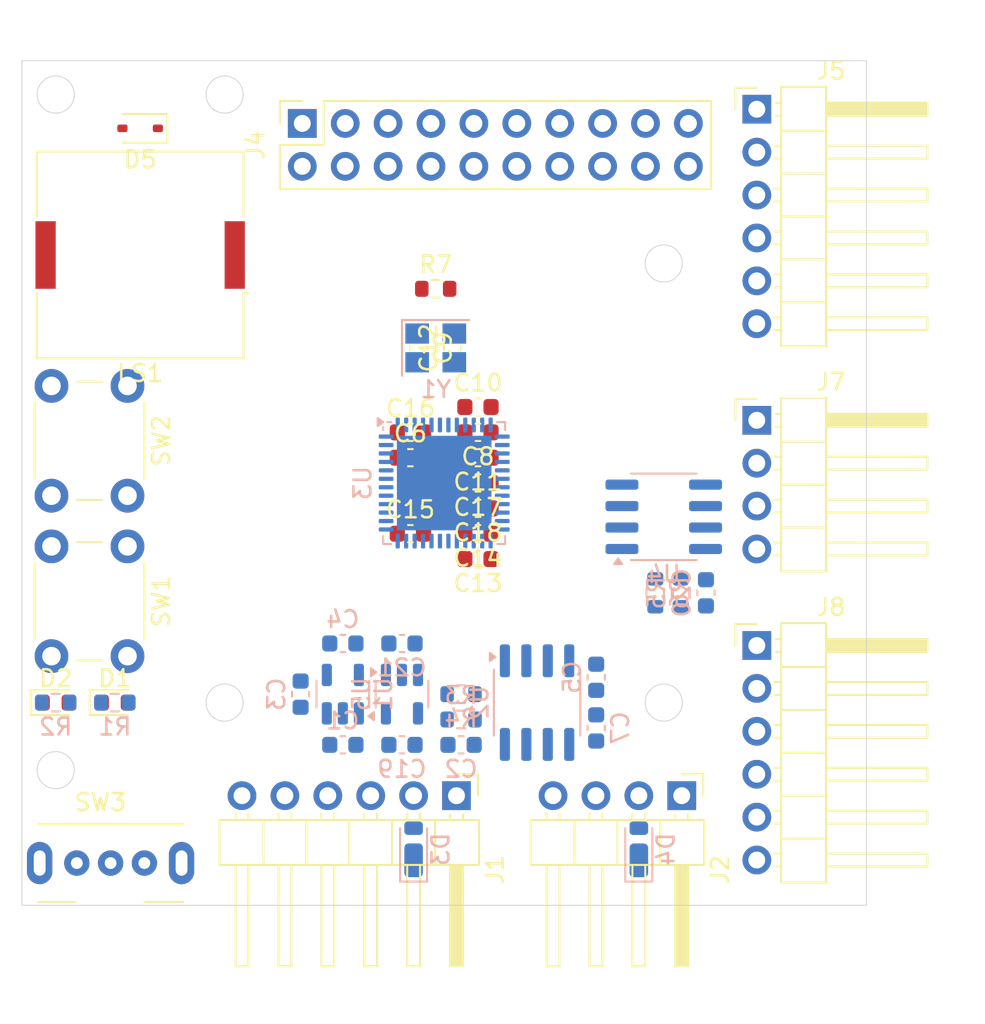
<source format=kicad_pcb>
(kicad_pcb (version 20240108) (generator "pcbnew") (generator_version "8.0")
  (layers (0 "F.Cu" signal) (1 "In1.Cu" signal) (2 "In2.Cu" signal) (31 "B.Cu" signal) (34 "B.Paste" user) (35 "F.Paste" user) (36 "B.SilkS" user "B.Silkscreen") (37 "F.SilkS" user "F.Silkscreen") (38 "B.Mask" user) (39 "F.Mask" user) (44 "Edge.Cuts" user))
  (net 0 "")
  (net 1 "+5V")
  (net 2 "GND")
  (net 3 "Net-(C2-Pad1)")
  (net 4 "Net-(U1-NOISE)")
  (net 5 "+3V3")
  (net 6 "SW")
  (net 7 "Net-(U3-PF0)")
  (net 8 "Net-(U3-PG10)")
  (net 9 "Net-(U3-PF1)")
  (net 10 "+5V_ENC")
  (net 11 "LED_ERROR")
  (net 12 "LED_STATUS")
  (net 13 "Net-(D3-A)")
  (net 14 "Net-(D4-A)")
  (net 15 "UART4_TX")
  (net 16 "SYS_JTCK-SWCLK")
  (net 17 "SYS_JTMS-SWDIO")
  (net 18 "UART4_RX")
  (net 19 "Net-(J2-Pin_3)")
  (net 20 "Net-(J2-Pin_4)")
  (net 21 "PA10")
  (net 22 "PB1")
  (net 23 "PB12")
  (net 24 "PA8")
  (net 25 "PB0")
  (net 26 "PA9")
  (net 31 "PB4")
  (net 32 "PA1")
  (net 33 "PB3")
  (net 34 "PA3")
  (net 35 "PC13")
  (net 36 "PB6")
  (net 37 "PB8")
  (net 38 "PA2")
  (net 39 "PB9")
  (net 40 "PB5")
  (net 41 "PA0")
  (net 42 "Net-(J7-Pin_4)")
  (net 43 "Net-(J7-Pin_3)")
  (net 48 "Net-(R5-Pad2)")
  (net 49 "FDCAN1_RX")
  (net 50 "FDCAN1_TX")
  (net 51 "SPI2_NCS")
  (net 52 "SPI2_MOSI")
  (net 53 "USART3_TX")
  (net 54 "SPI1_MISO")
  (net 55 "SPI1_SCK")
  (net 56 "USART3_RX")
  (net 57 "SPI2_MISO")
  (net 58 "SPI2_SCK")
  (net 59 "RS485_DIR")
  (net 60 "SPI1_NCS")
  (net 61 "ENC_EN")
  (net 62 "SPI1_MOSI")
  (net 64 "DAC1_OUT1")
  (net 65 "Net-(D5-K)")
  (net 66 "Net-(D1-K)")
  (net 67 "Net-(D2-K)")
  (footprint "Capacitor_SMD:C_0603_1608Metric" (layer "F.Cu") (at 123 123.5)
    (property "Reference" "C6" (at 0 -1.43 0) (layer "F.SilkS"))
    (property "Value" "0.1u")
    (pad "1" smd roundrect (at -0.775 0) (size 0.9 0.95) (layers "F.Cu" "F.Paste" "F.Mask") (net 6 "SW"))
    (pad "2" smd roundrect (at 0.775 0) (size 0.9 0.95) (layers "F.Cu" "F.Paste" "F.Mask") (net 2 "GND"))
  )
  (footprint "Capacitor_SMD:C_0603_1608Metric" (layer "F.Cu") (at 127 122 180)
    (property "Reference" "C8" (at 0 -1.43 360) (layer "F.SilkS"))
    (property "Value" "1u")
    (pad "1" smd roundrect (at -0.775 0 180) (size 0.9 0.95) (layers "F.Cu" "F.Paste" "F.Mask") (net 5 "+3V3"))
    (pad "2" smd roundrect (at 0.775 0 180) (size 0.9 0.95) (layers "F.Cu" "F.Paste" "F.Mask") (net 2 "GND"))
  )
  (footprint "Capacitor_SMD:C_0603_1608Metric" (layer "F.Cu") (at 123 122)
    (property "Reference" "C16" (at 0 -1.43 0) (layer "F.SilkS"))
    (property "Value" "0.1u")
    (pad "1" smd roundrect (at -0.775 0) (size 0.9 0.95) (layers "F.Cu" "F.Paste" "F.Mask") (net 5 "+3V3"))
    (pad "2" smd roundrect (at 0.775 0) (size 0.9 0.95) (layers "F.Cu" "F.Paste" "F.Mask") (net 2 "GND"))
  )
  (footprint "My_Parts:Neltron_3750R-06_1x06_P2.54mm_Horizontal" (layer "F.Cu") (at 143.51 134.62)
    (property "Reference" "J8" (at 4.385 -2.27 0) (layer "F.SilkS"))
    (property "Value" "Conn_01x06_Pin")
    (pad "1" thru_hole rect (at 0 0) (size 1.7 1.7) (drill 1) (layers "*.Cu" "*.Mask") (net 2 "GND"))
    (pad "2" thru_hole oval (at 0 2.54) (size 1.7 1.7) (drill 1) (layers "*.Cu" "*.Mask") (net 10 "+5V_ENC"))
    (pad "3" thru_hole oval (at 0 5.08) (size 1.7 1.7) (drill 1) (layers "*.Cu" "*.Mask"))
    (pad "4" thru_hole oval (at 0 7.62) (size 1.7 1.7) (drill 1) (layers "*.Cu" "*.Mask"))
    (pad "5" thru_hole oval (at 0 10.16) (size 1.7 1.7) (drill 1) (layers "*.Cu" "*.Mask"))
    (pad "6" thru_hole oval (at 0 12.7) (size 1.7 1.7) (drill 1) (layers "*.Cu" "*.Mask"))
  )
  (footprint "Capacitor_SMD:C_0603_1608Metric" (layer "F.Cu") (at 127 123.5 180)
    (property "Reference" "C11" (at 0 -1.43 360) (layer "F.SilkS"))
    (property "Value" "0.1u")
    (pad "1" smd roundrect (at -0.775 0 180) (size 0.9 0.95) (layers "F.Cu" "F.Paste" "F.Mask") (net 5 "+3V3"))
    (pad "2" smd roundrect (at 0.775 0 180) (size 0.9 0.95) (layers "F.Cu" "F.Paste" "F.Mask") (net 2 "GND"))
  )
  (footprint "My_Parts:Neltron_3750R-04_1x04_P2.54mm_Horizontal" (layer "F.Cu") (at 143.51 121.285)
    (property "Reference" "J7" (at 4.385 -2.27 0) (layer "F.SilkS"))
    (property "Value" "Conn_01x04_Pin")
    (pad "1" thru_hole rect (at 0 0) (size 1.7 1.7) (drill 1) (layers "*.Cu" "*.Mask") (net 2 "GND"))
    (pad "2" thru_hole oval (at 0 2.54) (size 1.7 1.7) (drill 1) (layers "*.Cu" "*.Mask") (net 10 "+5V_ENC"))
    (pad "3" thru_hole oval (at 0 5.08) (size 1.7 1.7) (drill 1) (layers "*.Cu" "*.Mask") (net 43 "Net-(J7-Pin_3)"))
    (pad "4" thru_hole oval (at 0 7.62) (size 1.7 1.7) (drill 1) (layers "*.Cu" "*.Mask") (net 42 "Net-(J7-Pin_4)"))
  )
  (footprint "Capacitor_SMD:C_0603_1608Metric" (layer "F.Cu") (at 127 129.5 180)
    (property "Reference" "C13" (at 0 -1.43 360) (layer "F.SilkS"))
    (property "Value" "4.7u")
    (pad "1" smd roundrect (at -0.775 0 180) (size 0.9 0.95) (layers "F.Cu" "F.Paste" "F.Mask") (net 5 "+3V3"))
    (pad "2" smd roundrect (at 0.775 0 180) (size 0.9 0.95) (layers "F.Cu" "F.Paste" "F.Mask") (net 2 "GND"))
  )
  (footprint "My_Parts:Neltron_3750R-06_1x06_P2.54mm_Horizontal" (layer "F.Cu") (at 143.51 102.87)
    (property "Reference" "J5" (at 4.385 -2.27 0) (layer "F.SilkS"))
    (property "Value" "Conn_01x06_Pin")
    (pad "1" thru_hole rect (at 0 0) (size 1.7 1.7) (drill 1) (layers "*.Cu" "*.Mask") (net 2 "GND"))
    (pad "2" thru_hole oval (at 0 2.54) (size 1.7 1.7) (drill 1) (layers "*.Cu" "*.Mask") (net 10 "+5V_ENC"))
    (pad "3" thru_hole oval (at 0 5.08) (size 1.7 1.7) (drill 1) (layers "*.Cu" "*.Mask"))
    (pad "4" thru_hole oval (at 0 7.62) (size 1.7 1.7) (drill 1) (layers "*.Cu" "*.Mask"))
    (pad "5" thru_hole oval (at 0 10.16) (size 1.7 1.7) (drill 1) (layers "*.Cu" "*.Mask"))
    (pad "6" thru_hole oval (at 0 12.7) (size 1.7 1.7) (drill 1) (layers "*.Cu" "*.Mask"))
  )
  (footprint "LED_SMD:LED_0603_1608Metric" (layer "F.Cu") (at 102 138)
    (property "Reference" "D2" (at 0 -1.43 360) (layer "F.SilkS"))
    (property "Value" "STATUS")
    (pad "1" smd roundrect (at -0.7875 0) (size 0.875 0.95) (layers "F.Cu" "F.Paste" "F.Mask") (net 67 "Net-(D2-K)"))
    (pad "2" smd roundrect (at 0.7875 0) (size 0.875 0.95) (layers "F.Cu" "F.Paste" "F.Mask") (net 5 "+3V3"))
  )
  (footprint "Resistor_SMD:R_0603_1608Metric" (layer "F.Cu") (at 124.5 113.5)
    (property "Reference" "R7" (at 0 -1.43 360) (layer "F.SilkS"))
    (property "Value" "1k")
    (pad "1" smd roundrect (at -0.825 0) (size 0.8 0.95) (layers "F.Cu" "F.Paste" "F.Mask") (net 65 "Net-(D5-K)"))
    (pad "2" smd roundrect (at 0.825 0) (size 0.8 0.95) (layers "F.Cu" "F.Paste" "F.Mask") (net 64 "DAC1_OUT1"))
  )
  (footprint "My_Parts:SW_Slide_SPDT_Angled_SK-12D11VG3" (layer "F.Cu") (at 103.25 147.5)
    (property "Reference" "SW3" (at 1.4 -3.6 0) (layer "F.SilkS"))
    (property "Value" "SW_SPDT")
    (pad "" thru_hole oval (at -2.2 0) (size 1.5 2.5) (drill oval 0.7 1.5) (layers "*.Cu" "*.Mask"))
    (pad "" thru_hole oval (at 6.2 0) (size 1.5 2.5) (drill oval 0.7 1.5) (layers "*.Cu" "*.Mask"))
    (pad "1" thru_hole circle (at 0 0) (size 1.5 1.5) (drill 0.7) (layers "*.Cu" "*.Mask") (net 13 "Net-(D3-A)"))
    (pad "2" thru_hole circle (at 2 0) (size 1.5 1.5) (drill 0.7) (layers "*.Cu" "*.Mask") (net 1 "+5V"))
    (pad "3" thru_hole circle (at 4 0) (size 1.5 1.5) (drill 0.7) (layers "*.Cu" "*.Mask") (net 14 "Net-(D4-A)"))
  )
  (footprint "Capacitor_SMD:C_0603_1608Metric" (layer "F.Cu") (at 123.5 117 -90)
    (property "Reference" "C9" (at 0 -1.43 90) (layer "F.SilkS"))
    (property "Value" "10p")
    (pad "1" smd roundrect (at -0.775 0 270) (size 0.9 0.95) (layers "F.Cu" "F.Paste" "F.Mask") (net 7 "Net-(U3-PF0)"))
    (pad "2" smd roundrect (at 0.775 0 270) (size 0.9 0.95) (layers "F.Cu" "F.Paste" "F.Mask") (net 2 "GND"))
  )
  (footprint "Button_Switch_THT:SW_PUSH_6mm" (layer "F.Cu") (at 106.25 128.75 -90)
    (property "Reference" "SW1" (at 3.25 -2 90) (layer "F.SilkS"))
    (property "Value" "SW")
    (pad "1" thru_hole circle (at 0 0) (size 2 2) (drill 1.1) (layers "*.Cu" "*.Mask") (net 6 "SW"))
    (pad "1" thru_hole circle (at 6.5 0) (size 2 2) (drill 1.1) (layers "*.Cu" "*.Mask") (net 6 "SW"))
    (pad "2" thru_hole circle (at 0 4.5) (size 2 2) (drill 1.1) (layers "*.Cu" "*.Mask") (net 2 "GND"))
    (pad "2" thru_hole circle (at 6.5 4.5) (size 2 2) (drill 1.1) (layers "*.Cu" "*.Mask") (net 2 "GND"))
  )
  (footprint "Capacitor_SMD:C_0603_1608Metric" (layer "F.Cu") (at 127 125 180)
    (property "Reference" "C17" (at 0 -1.43 360) (layer "F.SilkS"))
    (property "Value" "1u")
    (pad "1" smd roundrect (at -0.775 0 180) (size 0.9 0.95) (layers "F.Cu" "F.Paste" "F.Mask") (net 5 "+3V3"))
    (pad "2" smd roundrect (at 0.775 0 180) (size 0.9 0.95) (layers "F.Cu" "F.Paste" "F.Mask") (net 2 "GND"))
  )
  (footprint "Button_Switch_THT:SW_PUSH_6mm" (layer "F.Cu") (at 106.25 119.25 -90)
    (property "Reference" "SW2" (at 3.25 -2 90) (layer "F.SilkS"))
    (property "Value" "RESET")
    (pad "1" thru_hole circle (at 0 0) (size 2 2) (drill 1.1) (layers "*.Cu" "*.Mask") (net 8 "Net-(U3-PG10)"))
    (pad "1" thru_hole circle (at 6.5 0) (size 2 2) (drill 1.1) (layers "*.Cu" "*.Mask") (net 8 "Net-(U3-PG10)"))
    (pad "2" thru_hole circle (at 0 4.5) (size 2 2) (drill 1.1) (layers "*.Cu" "*.Mask") (net 2 "GND"))
    (pad "2" thru_hole circle (at 6.5 4.5) (size 2 2) (drill 1.1) (layers "*.Cu" "*.Mask") (net 2 "GND"))
  )
  (footprint "Buzzer_Beeper:Buzzer_Murata_PKLCS1212E" (layer "F.Cu") (at 107 111.5 180)
    (property "Reference" "LS1" (at 0 -7 360) (layer "F.SilkS"))
    (property "Value" "Speaker_Ultrasound")
    (pad "1" smd rect (at -5.6 0 180) (size 1.2 4) (layers "F.Cu" "F.Paste" "F.Mask") (net 65 "Net-(D5-K)"))
    (pad "2" smd rect (at 5.6 0 180) (size 1.2 4) (layers "F.Cu" "F.Paste" "F.Mask") (net 2 "GND"))
  )
  (footprint "LED_SMD:LED_0603_1608Metric" (layer "F.Cu") (at 105.5 138)
    (property "Reference" "D1" (at 0 -1.43 360) (layer "F.SilkS"))
    (property "Value" "ERROR")
    (pad "1" smd roundrect (at -0.7875 0) (size 0.875 0.95) (layers "F.Cu" "F.Paste" "F.Mask") (net 66 "Net-(D1-K)"))
    (pad "2" smd roundrect (at 0.7875 0) (size 0.875 0.95) (layers "F.Cu" "F.Paste" "F.Mask") (net 5 "+3V3"))
  )
  (footprint "Capacitor_SMD:C_0603_1608Metric" (layer "F.Cu") (at 127 120.5)
    (property "Reference" "C10" (at 0 -1.43 360) (layer "F.SilkS"))
    (property "Value" "0.1u")
    (pad "1" smd roundrect (at -0.775 0) (size 0.9 0.95) (layers "F.Cu" "F.Paste" "F.Mask") (net 8 "Net-(U3-PG10)"))
    (pad "2" smd roundrect (at 0.775 0) (size 0.9 0.95) (layers "F.Cu" "F.Paste" "F.Mask") (net 2 "GND"))
  )
  (footprint "Connector_PinSocket_2.54mm:PinSocket_2x10_P2.54mm_Vertical" (layer "F.Cu") (at 116.6 103.71 90)
    (property "Reference" "J4" (at -1.27 -2.77 90) (layer "F.SilkS"))
    (property "Value" "Conn_02x10_Odd_Even")
    (pad "1" thru_hole rect (at 0 0 90) (size 1.7 1.7) (drill 1) (layers "*.Cu" "*.Mask") (net 33 "PB3"))
    (pad "2" thru_hole oval (at -2.54 0 90) (size 1.7 1.7) (drill 1) (layers "*.Cu" "*.Mask") (net 31 "PB4"))
    (pad "3" thru_hole oval (at 0 2.54 90) (size 1.7 1.7) (drill 1) (layers "*.Cu" "*.Mask") (net 40 "PB5"))
    (pad "4" thru_hole oval (at -2.54 2.54 90) (size 1.7 1.7) (drill 1) (layers "*.Cu" "*.Mask") (net 36 "PB6"))
    (pad "5" thru_hole oval (at 0 5.08 90) (size 1.7 1.7) (drill 1) (layers "*.Cu" "*.Mask") (net 37 "PB8"))
    (pad "6" thru_hole oval (at -2.54 5.08 90) (size 1.7 1.7) (drill 1) (layers "*.Cu" "*.Mask") (net 39 "PB9"))
    (pad "7" thru_hole oval (at 0 7.62 90) (size 1.7 1.7) (drill 1) (layers "*.Cu" "*.Mask") (net 35 "PC13"))
    (pad "8" thru_hole oval (at -2.54 7.62 90) (size 1.7 1.7) (drill 1) (layers "*.Cu" "*.Mask") (net 41 "PA0"))
    (pad "9" thru_hole oval (at 0 10.16 90) (size 1.7 1.7) (drill 1) (layers "*.Cu" "*.Mask") (net 32 "PA1"))
    (pad "10" thru_hole oval (at -2.54 10.16 90) (size 1.7 1.7) (drill 1) (layers "*.Cu" "*.Mask") (net 38 "PA2"))
    (pad "11" thru_hole oval (at 0 12.7 90) (size 1.7 1.7) (drill 1) (layers "*.Cu" "*.Mask") (net 34 "PA3"))
    (pad "12" thru_hole oval (at -2.54 12.7 90) (size 1.7 1.7) (drill 1) (layers "*.Cu" "*.Mask") (net 25 "PB0"))
    (pad "13" thru_hole oval (at 0 15.24 90) (size 1.7 1.7) (drill 1) (layers "*.Cu" "*.Mask") (net 22 "PB1"))
    (pad "14" thru_hole oval (at -2.54 15.24 90) (size 1.7 1.7) (drill 1) (layers "*.Cu" "*.Mask") (net 23 "PB12"))
    (pad "15" thru_hole oval (at 0 17.78 90) (size 1.7 1.7) (drill 1) (layers "*.Cu" "*.Mask") (net 24 "PA8"))
    (pad "16" thru_hole oval (at -2.54 17.78 90) (size 1.7 1.7) (drill 1) (layers "*.Cu" "*.Mask") (net 26 "PA9"))
    (pad "17" thru_hole oval (at 0 20.32 90) (size 1.7 1.7) (drill 1) (layers "*.Cu" "*.Mask") (net 21 "PA10"))
    (pad "18" thru_hole oval (at -2.54 20.32 90) (size 1.7 1.7) (drill 1) (layers "*.Cu" "*.Mask") (net 5 "+3V3"))
    (pad "19" thru_hole oval (at 0 22.86 90) (size 1.7 1.7) (drill 1) (layers "*.Cu" "*.Mask") (net 1 "+5V"))
    (pad "20" thru_hole oval (at -2.54 22.86 90) (size 1.7 1.7) (drill 1) (layers "*.Cu" "*.Mask") (net 2 "GND"))
  )
  (footprint "My_Parts:Neltron_3750R-06_1x06_P2.54mm_Horizontal" (layer "F.Cu") (at 125.73 143.51 -90)
    (property "Reference" "J1" (at 4.385 -2.27 90) (layer "F.SilkS"))
    (property "Value" "Conn_01x06_Pin")
    (pad "1" thru_hole rect (at 0 0 270) (size 1.7 1.7) (drill 1) (layers "*.Cu" "*.Mask") (net 2 "GND"))
    (pad "2" thru_hole oval (at 0 2.54 270) (size 1.7 1.7) (drill 1) (layers "*.Cu" "*.Mask") (net 13 "Net-(D3-A)"))
    (pad "3" thru_hole oval (at 0 5.08 270) (size 1.7 1.7) (drill 1) (layers "*.Cu" "*.Mask") (net 16 "SYS_JTCK-SWCLK"))
    (pad "4" thru_hole oval (at 0 7.62 270) (size 1.7 1.7) (drill 1) (layers "*.Cu" "*.Mask") (net 17 "SYS_JTMS-SWDIO"))
    (pad "5" thru_hole oval (at 0 10.16 270) (size 1.7 1.7) (drill 1) (layers "*.Cu" "*.Mask") (net 18 "UART4_RX"))
    (pad "6" thru_hole oval (at 0 12.7 270) (size 1.7 1.7) (drill 1) (layers "*.Cu" "*.Mask") (net 15 "UART4_TX"))
  )
  (footprint "Capacitor_SMD:C_0603_1608Metric" (layer "F.Cu") (at 127 126.5 180)
    (property "Reference" "C18" (at 0 -1.43 360) (layer "F.SilkS"))
    (property "Value" "0.01u")
    (pad "1" smd roundrect (at -0.775 0 180) (size 0.9 0.95) (layers "F.Cu" "F.Paste" "F.Mask") (net 5 "+3V3"))
    (pad "2" smd roundrect (at 0.775 0 180) (size 0.9 0.95) (layers "F.Cu" "F.Paste" "F.Mask") (net 2 "GND"))
  )
  (footprint "Capacitor_SMD:C_0603_1608Metric" (layer "F.Cu") (at 125.5 117 90)
    (property "Reference" "C12" (at 0 -1.43 90) (layer "F.SilkS"))
    (property "Value" "10p")
    (pad "1" smd roundrect (at -0.775 0 90) (size 0.9 0.95) (layers "F.Cu" "F.Paste" "F.Mask") (net 9 "Net-(U3-PF1)"))
    (pad "2" smd roundrect (at 0.775 0 90) (size 0.9 0.95) (layers "F.Cu" "F.Paste" "F.Mask") (net 2 "GND"))
  )
  (footprint "Capacitor_SMD:C_0603_1608Metric" (layer "F.Cu") (at 127 128 180)
    (property "Reference" "C14" (at 0 -1.43 360) (layer "F.SilkS"))
    (property "Value" "0.1u")
    (pad "1" smd roundrect (at -0.775 0 180) (size 0.9 0.95) (layers "F.Cu" "F.Paste" "F.Mask") (net 5 "+3V3"))
    (pad "2" smd roundrect (at 0.775 0 180) (size 0.9 0.95) (layers "F.Cu" "F.Paste" "F.Mask") (net 2 "GND"))
  )
  (footprint "My_Parts:Neltron_3750R-04_1x04_P2.54mm_Horizontal" (layer "F.Cu") (at 139.065 143.51 -90)
    (property "Reference" "J2" (at 4.385 -2.27 90) (layer "F.SilkS"))
    (property "Value" "Conn_01x04_Pin")
    (pad "1" thru_hole rect (at 0 0 270) (size 1.7 1.7) (drill 1) (layers "*.Cu" "*.Mask") (net 2 "GND"))
    (pad "2" thru_hole oval (at 0 2.54 270) (size 1.7 1.7) (drill 1) (layers "*.Cu" "*.Mask") (net 14 "Net-(D4-A)"))
    (pad "3" thru_hole oval (at 0 5.08 270) (size 1.7 1.7) (drill 1) (layers "*.Cu" "*.Mask") (net 19 "Net-(J2-Pin_3)"))
    (pad "4" thru_hole oval (at 0 7.62 270) (size 1.7 1.7) (drill 1) (layers "*.Cu" "*.Mask") (net 20 "Net-(J2-Pin_4)"))
  )
  (footprint "Capacitor_SMD:C_0603_1608Metric" (layer "F.Cu") (at 123 128)
    (property "Reference" "C15" (at 0 -1.43 360) (layer "F.SilkS"))
    (property "Value" "0.1u")
    (pad "1" smd roundrect (at -0.775 0) (size 0.9 0.95) (layers "F.Cu" "F.Paste" "F.Mask") (net 5 "+3V3"))
    (pad "2" smd roundrect (at 0.775 0) (size 0.9 0.95) (layers "F.Cu" "F.Paste" "F.Mask") (net 2 "GND"))
  )
  (footprint "Diode_SMD:D_SOD-323" (layer "F.Cu") (at 107 104 180)
    (property "Reference" "D5" (at 0 -1.85 360) (layer "F.SilkS"))
    (property "Value" "UDZV5.1B")
    (pad "1" smd roundrect (at -1.05 0 180) (size 0.6 0.45) (layers "F.Cu" "F.Paste" "F.Mask") (net 65 "Net-(D5-K)"))
    (pad "2" smd roundrect (at 1.05 0 180) (size 0.6 0.45) (layers "F.Cu" "F.Paste" "F.Mask") (net 2 "GND"))
  )
  (footprint "Capacitor_SMD:C_0603_1608Metric" (layer "B.Cu") (at 122.5 140.5)
    (property "Reference" "C19" (at 0 1.43 360) (layer "B.SilkS") (effects (justify mirror)))
    (property "Value" "0.1u")
    (pad "1" smd roundrect (at -0.775 0) (size 0.9 0.95) (layers "B.Cu" "B.Paste" "B.Mask") (net 1 "+5V"))
    (pad "2" smd roundrect (at 0.775 0) (size 0.9 0.95) (layers "B.Cu" "B.Paste" "B.Mask") (net 2 "GND"))
  )
  (footprint "Resistor_SMD:R_0603_1608Metric" (layer "B.Cu") (at 102 138)
    (property "Reference" "R2" (at 0 1.43 360) (layer "B.SilkS") (effects (justify mirror)))
    (property "Value" "1k")
    (pad "1" smd roundrect (at -0.825 0) (size 0.8 0.95) (layers "B.Cu" "B.Paste" "B.Mask") (net 67 "Net-(D2-K)"))
    (pad "2" smd roundrect (at 0.825 0) (size 0.8 0.95) (layers "B.Cu" "B.Paste" "B.Mask") (net 12 "LED_STATUS"))
  )
  (footprint "Package_SO:SOIC-8_3.9x4.9mm_P1.27mm" (layer "B.Cu") (at 130.5 138 -90)
    (property "Reference" "U2" (at 0 3.4 90) (layer "B.SilkS") (effects (justify mirror)))
    (property "Value" "MCP2562-E-SN")
    (pad "1" smd roundrect (at -2.475 1.905 270) (size 1.95 0.6) (layers "B.Cu" "B.Paste" "B.Mask") (net 50 "FDCAN1_TX"))
    (pad "2" smd roundrect (at -2.475 0.635 270) (size 1.95 0.6) (layers "B.Cu" "B.Paste" "B.Mask") (net 2 "GND"))
    (pad "3" smd roundrect (at -2.475 -0.635 270) (size 1.95 0.6) (layers "B.Cu" "B.Paste" "B.Mask") (net 1 "+5V"))
    (pad "4" smd roundrect (at -2.475 -1.905 270) (size 1.95 0.6) (layers "B.Cu" "B.Paste" "B.Mask") (net 49 "FDCAN1_RX"))
    (pad "5" smd roundrect (at 2.475 -1.905 270) (size 1.95 0.6) (layers "B.Cu" "B.Paste" "B.Mask") (net 5 "+3V3"))
    (pad "6" smd roundrect (at 2.475 -0.635 270) (size 1.95 0.6) (layers "B.Cu" "B.Paste" "B.Mask") (net 19 "Net-(J2-Pin_3)"))
    (pad "7" smd roundrect (at 2.475 0.635 270) (size 1.95 0.6) (layers "B.Cu" "B.Paste" "B.Mask") (net 20 "Net-(J2-Pin_4)"))
    (pad "8" smd roundrect (at 2.475 1.905 270) (size 1.95 0.6) (layers "B.Cu" "B.Paste" "B.Mask") (net 2 "GND"))
  )
  (footprint "Package_SO:SOIC-8_3.9x4.9mm_P1.27mm" (layer "B.Cu") (at 138 127)
    (property "Reference" "U4" (at 0 3.4 360) (layer "B.SilkS") (effects (justify mirror)))
    (property "Value" "SN75176AD")
    (pad "1" smd roundrect (at -2.475 1.905) (size 1.95 0.6) (layers "B.Cu" "B.Paste" "B.Mask") (net 56 "USART3_RX"))
    (pad "2" smd roundrect (at -2.475 0.635) (size 1.95 0.6) (layers "B.Cu" "B.Paste" "B.Mask") (net 59 "RS485_DIR"))
    (pad "3" smd roundrect (at -2.475 -0.635) (size 1.95 0.6) (layers "B.Cu" "B.Paste" "B.Mask") (net 59 "RS485_DIR"))
    (pad "4" smd roundrect (at -2.475 -1.905) (size 1.95 0.6) (layers "B.Cu" "B.Paste" "B.Mask") (net 53 "USART3_TX"))
    (pad "5" smd roundrect (at 2.475 -1.905) (size 1.95 0.6) (layers "B.Cu" "B.Paste" "B.Mask") (net 2 "GND"))
    (pad "6" smd roundrect (at 2.475 -0.635) (size 1.95 0.6) (layers "B.Cu" "B.Paste" "B.Mask") (net 43 "Net-(J7-Pin_3)"))
    (pad "7" smd roundrect (at 2.475 0.635) (size 1.95 0.6) (layers "B.Cu" "B.Paste" "B.Mask") (net 42 "Net-(J7-Pin_4)"))
    (pad "8" smd roundrect (at 2.475 1.905) (size 1.95 0.6) (layers "B.Cu" "B.Paste" "B.Mask") (net 1 "+5V"))
  )
  (footprint "Capacitor_SMD:C_0603_1608Metric" (layer "B.Cu") (at 119 140.5 180)
    (property "Reference" "C1" (at 0 1.43 360) (layer "B.SilkS") (effects (justify mirror)))
    (property "Value" "1u")
    (pad "1" smd roundrect (at -0.775 0 180) (size 0.9 0.95) (layers "B.Cu" "B.Paste" "B.Mask") (net 1 "+5V"))
    (pad "2" smd roundrect (at 0.775 0 180) (size 0.9 0.95) (layers "B.Cu" "B.Paste" "B.Mask") (net 2 "GND"))
  )
  (footprint "Resistor_SMD:R_0603_1608Metric" (layer "B.Cu") (at 126 137.5)
    (property "Reference" "R4" (at 0 1.43 360) (layer "B.SilkS") (effects (justify mirror)))
    (property "Value" "60")
    (pad "1" smd roundrect (at -0.825 0) (size 0.8 0.95) (layers "B.Cu" "B.Paste" "B.Mask") (net 3 "Net-(C2-Pad1)"))
    (pad "2" smd roundrect (at 0.825 0) (size 0.8 0.95) (layers "B.Cu" "B.Paste" "B.Mask") (net 19 "Net-(J2-Pin_3)"))
  )
  (footprint "Package_TO_SOT_SMD:SOT-23-5" (layer "B.Cu") (at 119 137.5 90)
    (property "Reference" "U1" (at 0 2.4 90) (layer "B.SilkS") (effects (justify mirror)))
    (property "Value" "TAR5SB33")
    (pad "1" smd roundrect (at -1.1375 0.95 90) (size 1.325 0.6) (layers "B.Cu" "B.Paste" "B.Mask") (net 1 "+5V"))
    (pad "2" smd roundrect (at -1.1375 0 90) (size 1.325 0.6) (layers "B.Cu" "B.Paste" "B.Mask") (net 2 "GND"))
    (pad "3" smd roundrect (at -1.1375 -0.95 90) (size 1.325 0.6) (layers "B.Cu" "B.Paste" "B.Mask") (net 1 "+5V"))
    (pad "4" smd roundrect (at 1.1375 -0.95 90) (size 1.325 0.6) (layers "B.Cu" "B.Paste" "B.Mask") (net 4 "Net-(U1-NOISE)"))
    (pad "5" smd roundrect (at 1.1375 0.95 90) (size 1.325 0.6) (layers "B.Cu" "B.Paste" "B.Mask") (net 5 "+3V3"))
  )
  (footprint "Capacitor_SMD:C_0603_1608Metric" (layer "B.Cu") (at 140.5 131.5 -90)
    (property "Reference" "C20" (at 0 1.43 90) (layer "B.SilkS") (effects (justify mirror)))
    (property "Value" "0.1u")
    (pad "1" smd roundrect (at -0.775 0 270) (size 0.9 0.95) (layers "B.Cu" "B.Paste" "B.Mask") (net 1 "+5V"))
    (pad "2" smd roundrect (at 0.775 0 270) (size 0.9 0.95) (layers "B.Cu" "B.Paste" "B.Mask") (net 2 "GND"))
  )
  (footprint "Capacitor_SMD:C_0603_1608Metric" (layer "B.Cu") (at 126 140.5)
    (property "Reference" "C2" (at 0 1.43 360) (layer "B.SilkS") (effects (justify mirror)))
    (property "Value" "4700p")
    (pad "1" smd roundrect (at -0.775 0) (size 0.9 0.95) (layers "B.Cu" "B.Paste" "B.Mask") (net 3 "Net-(C2-Pad1)"))
    (pad "2" smd roundrect (at 0.775 0) (size 0.9 0.95) (layers "B.Cu" "B.Paste" "B.Mask") (net 2 "GND"))
  )
  (footprint "Resistor_SMD:R_0603_1608Metric" (layer "B.Cu") (at 139 131.5 -90)
    (property "Reference" "R5" (at 0 1.43 90) (layer "B.SilkS") (effects (justify mirror)))
    (property "Value" "60")
    (pad "1" smd roundrect (at -0.825 0 270) (size 0.8 0.95) (layers "B.Cu" "B.Paste" "B.Mask") (net 42 "Net-(J7-Pin_4)"))
    (pad "2" smd roundrect (at 0.825 0 270) (size 0.8 0.95) (layers "B.Cu" "B.Paste" "B.Mask") (net 48 "Net-(R5-Pad2)"))
  )
  (footprint "Resistor_SMD:R_0603_1608Metric" (layer "B.Cu") (at 105.5 138)
    (property "Reference" "R1" (at 0 1.43 360) (layer "B.SilkS") (effects (justify mirror)))
    (property "Value" "1k")
    (pad "1" smd roundrect (at -0.825 0) (size 0.8 0.95) (layers "B.Cu" "B.Paste" "B.Mask") (net 66 "Net-(D1-K)"))
    (pad "2" smd roundrect (at 0.825 0) (size 0.8 0.95) (layers "B.Cu" "B.Paste" "B.Mask") (net 11 "LED_ERROR"))
  )
  (footprint "Package_TO_SOT_SMD:SOT-23-5" (layer "B.Cu") (at 122.5 137.5 -90)
    (property "Reference" "U5" (at 0 2.4 90) (layer "B.SilkS") (effects (justify mirror)))
    (property "Value" "TCK108AF")
    (pad "1" smd roundrect (at -1.1375 0.95 270) (size 1.325 0.6) (layers "B.Cu" "B.Paste" "B.Mask") (net 10 "+5V_ENC"))
    (pad "2" smd roundrect (at -1.1375 0 270) (size 1.325 0.6) (layers "B.Cu" "B.Paste" "B.Mask") (net 2 "GND"))
    (pad "3" smd roundrect (at -1.1375 -0.95 270) (size 1.325 0.6) (layers "B.Cu" "B.Paste" "B.Mask") (net 61 "ENC_EN"))
    (pad "4" smd roundrect (at 1.1375 -0.95 270) (size 1.325 0.6) (layers "B.Cu" "B.Paste" "B.Mask"))
    (pad "5" smd roundrect (at 1.1375 0.95 270) (size 1.325 0.6) (layers "B.Cu" "B.Paste" "B.Mask") (net 1 "+5V"))
  )
  (footprint "Crystal:Crystal_SMD_3225-4Pin_3.2x2.5mm" (layer "B.Cu") (at 124.5 117)
    (property "Reference" "Y1" (at 0 2.45 360) (layer "B.SilkS") (effects (justify mirror)))
    (property "Value" "12M")
    (pad "1" smd rect (at -1.1 -0.85) (size 1.4 1.2) (layers "B.Cu" "B.Paste" "B.Mask") (net 7 "Net-(U3-PF0)"))
    (pad "2" smd rect (at 1.1 -0.85) (size 1.4 1.2) (layers "B.Cu" "B.Paste" "B.Mask") (net 2 "GND"))
    (pad "3" smd rect (at 1.1 0.85) (size 1.4 1.2) (layers "B.Cu" "B.Paste" "B.Mask") (net 9 "Net-(U3-PF1)"))
    (pad "4" smd rect (at -1.1 0.85) (size 1.4 1.2) (layers "B.Cu" "B.Paste" "B.Mask") (net 2 "GND"))
  )
  (footprint "Capacitor_SMD:C_0603_1608Metric" (layer "B.Cu") (at 134 136.5 -90)
    (property "Reference" "C5" (at 0 1.43 90) (layer "B.SilkS") (effects (justify mirror)))
    (property "Value" "0.1u")
    (pad "1" smd roundrect (at -0.775 0 270) (size 0.9 0.95) (layers "B.Cu" "B.Paste" "B.Mask") (net 1 "+5V"))
    (pad "2" smd roundrect (at 0.775 0 270) (size 0.9 0.95) (layers "B.Cu" "B.Paste" "B.Mask") (net 2 "GND"))
  )
  (footprint "Capacitor_SMD:C_0603_1608Metric" (layer "B.Cu") (at 122.5 134.5)
    (property "Reference" "C21" (at 0 1.43 360) (layer "B.SilkS") (effects (justify mirror)))
    (property "Value" "0.1u")
    (pad "1" smd roundrect (at -0.775 0) (size 0.9 0.95) (layers "B.Cu" "B.Paste" "B.Mask") (net 10 "+5V_ENC"))
    (pad "2" smd roundrect (at 0.775 0) (size 0.9 0.95) (layers "B.Cu" "B.Paste" "B.Mask") (net 2 "GND"))
  )
  (footprint "Diode_SMD:D_TUMD2" (layer "B.Cu") (at 123.19 146.685 90)
    (property "Reference" "D3" (at 0 1.6 90) (layer "B.SilkS") (effects (justify mirror)))
    (property "Value" "CUHS20S30")
    (pad "1" smd roundrect (at -0.65 0 270) (size 2 1.1) (layers "B.Cu" "B.Paste" "B.Mask") (roundrect_rratio 0.2272727273) (net 1 "+5V"))
    (pad "2" smd roundrect (at 1.25 0 270) (size 0.8 1.1) (layers "B.Cu" "B.Paste" "B.Mask") (net 13 "Net-(D3-A)"))
  )
  (footprint "Diode_SMD:D_TUMD2" (layer "B.Cu") (at 136.525 146.685 90)
    (property "Reference" "D4" (at 0 1.6 90) (layer "B.SilkS") (effects (justify mirror)))
    (property "Value" "CUHS20S30")
    (pad "1" smd roundrect (at -0.65 0 270) (size 2 1.1) (layers "B.Cu" "B.Paste" "B.Mask") (roundrect_rratio 0.2272727273) (net 1 "+5V"))
    (pad "2" smd roundrect (at 1.25 0 270) (size 0.8 1.1) (layers "B.Cu" "B.Paste" "B.Mask") (net 14 "Net-(D4-A)"))
  )
  (footprint "Capacitor_SMD:C_0603_1608Metric" (layer "B.Cu") (at 134 139.5 90)
    (property "Reference" "C7" (at 0 1.43 90) (layer "B.SilkS") (effects (justify mirror)))
    (property "Value" "0.1u")
    (pad "1" smd roundrect (at -0.775 0 90) (size 0.9 0.95) (layers "B.Cu" "B.Paste" "B.Mask") (net 5 "+3V3"))
    (pad "2" smd roundrect (at 0.775 0 90) (size 0.9 0.95) (layers "B.Cu" "B.Paste" "B.Mask") (net 2 "GND"))
  )
  (footprint "Package_DFN_QFN:QFN-48-1EP_7x7mm_P0.5mm_EP5.6x5.6mm" (layer "B.Cu") (at 125 125 -90)
    (property "Reference" "U3" (at 0 4.83 90) (layer "B.SilkS") (effects (justify mirror)))
    (property "Value" "STM32G473CBUx")
    (pad "1" smd roundrect (at -3.4375 2.75 270) (size 0.875 0.25) (layers "B.Cu" "B.Paste" "B.Mask") (net 5 "+3V3"))
    (pad "2" smd roundrect (at -3.4375 2.25 270) (size 0.875 0.25) (layers "B.Cu" "B.Paste" "B.Mask") (net 35 "PC13"))
    (pad "3" smd roundrect (at -3.4375 1.749999 270) (size 0.875 0.25) (layers "B.Cu" "B.Paste" "B.Mask") (net 11 "LED_ERROR"))
    (pad "4" smd roundrect (at -3.4375 1.25 270) (size 0.875 0.25) (layers "B.Cu" "B.Paste" "B.Mask") (net 12 "LED_STATUS"))
    (pad "5" smd roundrect (at -3.4375 0.750001 270) (size 0.875 0.25) (layers "B.Cu" "B.Paste" "B.Mask") (net 7 "Net-(U3-PF0)"))
    (pad "6" smd roundrect (at -3.4375 0.25 270) (size 0.875 0.25) (layers "B.Cu" "B.Paste" "B.Mask") (net 9 "Net-(U3-PF1)"))
    (pad "7" smd roundrect (at -3.4375 -0.25 270) (size 0.875 0.25) (layers "B.Cu" "B.Paste" "B.Mask") (net 8 "Net-(U3-PG10)"))
    (pad "8" smd roundrect (at -3.4375 -0.750001 270) (size 0.875 0.25) (layers "B.Cu" "B.Paste" "B.Mask") (net 41 "PA0"))
    (pad "9" smd roundrect (at -3.4375 -1.25 270) (size 0.875 0.25) (layers "B.Cu" "B.Paste" "B.Mask") (net 32 "PA1"))
    (pad "10" smd roundrect (at -3.4375 -1.749999 270) (size 0.875 0.25) (layers "B.Cu" "B.Paste" "B.Mask") (net 38 "PA2"))
    (pad "11" smd roundrect (at -3.4375 -2.25 270) (size 0.875 0.25) (layers "B.Cu" "B.Paste" "B.Mask") (net 34 "PA3"))
    (pad "12" smd roundrect (at -3.4375 -2.75 270) (size 0.875 0.25) (layers "B.Cu" "B.Paste" "B.Mask") (net 64 "DAC1_OUT1"))
    (pad "13" smd roundrect (at -2.75 -3.4375 270) (size 0.25 0.875) (layers "B.Cu" "B.Paste" "B.Mask") (net 55 "SPI1_SCK"))
    (pad "14" smd roundrect (at -2.25 -3.4375 270) (size 0.25 0.875) (layers "B.Cu" "B.Paste" "B.Mask") (net 54 "SPI1_MISO"))
    (pad "15" smd roundrect (at -1.749999 -3.4375 270) (size 0.25 0.875) (layers "B.Cu" "B.Paste" "B.Mask") (net 62 "SPI1_MOSI"))
    (pad "16" smd roundrect (at -1.25 -3.4375 270) (size 0.25 0.875) (layers "B.Cu" "B.Paste" "B.Mask") (net 60 "SPI1_NCS"))
    (pad "17" smd roundrect (at -0.750001 -3.4375 270) (size 0.25 0.875) (layers "B.Cu" "B.Paste" "B.Mask") (net 25 "PB0"))
    (pad "18" smd roundrect (at -0.25 -3.4375 270) (size 0.25 0.875) (layers "B.Cu" "B.Paste" "B.Mask") (net 22 "PB1"))
    (pad "19" smd roundrect (at 0.25 -3.4375 270) (size 0.25 0.875) (layers "B.Cu" "B.Paste" "B.Mask") (net 59 "RS485_DIR"))
    (pad "20" smd roundrect (at 0.750001 -3.4375 270) (size 0.25 0.875) (layers "B.Cu" "B.Paste" "B.Mask") (net 5 "+3V3"))
    (pad "21" smd roundrect (at 1.25 -3.4375 270) (size 0.25 0.875) (layers "B.Cu" "B.Paste" "B.Mask") (net 5 "+3V3"))
    (pad "22" smd roundrect (at 1.749999 -3.4375 270) (size 0.25 0.875) (layers "B.Cu" "B.Paste" "B.Mask") (net 53 "USART3_TX"))
    (pad "23" smd roundrect (at 2.25 -3.4375 270) (size 0.25 0.875) (layers "B.Cu" "B.Paste" "B.Mask") (net 5 "+3V3"))
    (pad "24" smd roundrect (at 2.75 -3.4375 270) (size 0.25 0.875) (layers "B.Cu" "B.Paste" "B.Mask") (net 56 "USART3_RX"))
    (pad "25" smd roundrect (at 3.4375 -2.75 270) (size 0.875 0.25) (layers "B.Cu" "B.Paste" "B.Mask") (net 23 "PB12"))
    (pad "26" smd roundrect (at 3.4375 -2.25 270) (size 0.875 0.25) (layers "B.Cu" "B.Paste" "B.Mask") (net 58 "SPI2_SCK"))
    (pad "27" smd roundrect (at 3.4375 -1.749999 270) (size 0.875 0.25) (layers "B.Cu" "B.Paste" "B.Mask") (net 57 "SPI2_MISO"))
    (pad "28" smd roundrect (at 3.4375 -1.25 270) (size 0.875 0.25) (layers "B.Cu" "B.Paste" "B.Mask") (net 52 "SPI2_MOSI"))
    (pad "29" smd roundrect (at 3.4375 -0.750001 270) (size 0.875 0.25) (layers "B.Cu" "B.Paste" "B.Mask") (net 51 "SPI2_NCS"))
    (pad "30" smd roundrect (at 3.4375 -0.25 270) (size 0.875 0.25) (layers "B.Cu" "B.Paste" "B.Mask") (net 24 "PA8"))
    (pad "31" smd roundrect (at 3.4375 0.25 270) (size 0.875 0.25) (layers "B.Cu" "B.Paste" "B.Mask") (net 26 "PA9"))
    (pad "32" smd roundrect (at 3.4375 0.750001 270) (size 0.875 0.25) (layers "B.Cu" "B.Paste" "B.Mask") (net 21 "PA10"))
    (pad "33" smd roundrect (at 3.4375 1.25 270) (size 0.875 0.25) (layers "B.Cu" "B.Paste" "B.Mask") (net 49 "FDCAN1_RX"))
    (pad "34" smd roundrect (at 3.4375 1.749999 270) (size 0.875 0.25) (layers "B.Cu" "B.Paste" "B.Mask") (net 50 "FDCAN1_TX"))
    (pad "35" smd roundrect (at 3.4375 2.25 270) (size 0.875 0.25) (layers "B.Cu" "B.Paste" "B.Mask") (net 5 "+3V3"))
    (pad "36" smd roundrect (at 3.4375 2.75 270) (size 0.875 0.25) (layers "B.Cu" "B.Paste" "B.Mask") (net 17 "SYS_JTMS-SWDIO"))
    (pad "37" smd roundrect (at 2.75 3.4375 270) (size 0.25 0.875) (layers "B.Cu" "B.Paste" "B.Mask") (net 16 "SYS_JTCK-SWCLK"))
    (pad "38" smd roundrect (at 2.25 3.4375 270) (size 0.25 0.875) (layers "B.Cu" "B.Paste" "B.Mask") (net 61 "ENC_EN"))
    (pad "39" smd roundrect (at 1.749999 3.4375 270) (size 0.25 0.875) (layers "B.Cu" "B.Paste" "B.Mask") (net 15 "UART4_TX"))
    (pad "40" smd roundrect (at 1.25 3.4375 270) (size 0.25 0.875) (layers "B.Cu" "B.Paste" "B.Mask") (net 18 "UART4_RX"))
    (pad "41" smd roundrect (at 0.750001 3.4375 270) (size 0.25 0.875) (layers "B.Cu" "B.Paste" "B.Mask") (net 33 "PB3"))
    (pad "42" smd roundrect (at 0.25 3.4375 270) (size 0.25 0.875) (layers "B.Cu" "B.Paste" "B.Mask") (net 31 "PB4"))
    (pad "43" smd roundrect (at -0.25 3.4375 270) (size 0.25 0.875) (layers "B.Cu" "B.Paste" "B.Mask") (net 40 "PB5"))
    (pad "44" smd roundrect (at -0.750001 3.4375 270) (size 0.25 0.875) (layers "B.Cu" "B.Paste" "B.Mask") (net 36 "PB6"))
    (pad "45" smd roundrect (at -1.25 3.4375 270) (size 0.25 0.875) (layers "B.Cu" "B.Paste" "B.Mask") (net 6 "SW"))
    (pad "46" smd roundrect (at -1.749999 3.4375 270) (size 0.25 0.875) (layers "B.Cu" "B.Paste" "B.Mask") (net 37 "PB8"))
    (pad "47" smd roundrect (at -2.25 3.4375 270) (size 0.25 0.875) (layers "B.Cu" "B.Paste" "B.Mask") (net 39 "PB9"))
    (pad "48" smd roundrect (at -2.75 3.4375 270) (size 0.25 0.875) (layers "B.Cu" "B.Paste" "B.Mask") (net 5 "+3V3"))
    (pad "49" smd rect (at 0 0 270) (size 5.6 5.6) (property pad_prop_heatsink) (layers "B.Cu" "B.Mask") (net 2 "GND"))
  )
  (footprint "Resistor_SMD:R_0603_1608Metric" (layer "B.Cu") (at 126 139 180)
    (property "Reference" "R3" (at 0 1.43 360) (layer "B.SilkS") (effects (justify mirror)))
    (property "Value" "60")
    (pad "1" smd roundrect (at -0.825 0 180) (size 0.8 0.95) (layers "B.Cu" "B.Paste" "B.Mask") (net 20 "Net-(J2-Pin_4)"))
    (pad "2" smd roundrect (at 0.825 0 180) (size 0.8 0.95) (layers "B.Cu" "B.Paste" "B.Mask") (net 3 "Net-(C2-Pad1)"))
  )
  (footprint "Resistor_SMD:R_0603_1608Metric" (layer "B.Cu") (at 137.5 131.5 90)
    (property "Reference" "R6" (at 0 1.43 90) (layer "B.SilkS") (effects (justify mirror)))
    (property "Value" "60")
    (pad "1" smd roundrect (at -0.825 0 90) (size 0.8 0.95) (layers "B.Cu" "B.Paste" "B.Mask") (net 48 "Net-(R5-Pad2)"))
    (pad "2" smd roundrect (at 0.825 0 90) (size 0.8 0.95) (layers "B.Cu" "B.Paste" "B.Mask") (net 43 "Net-(J7-Pin_3)"))
  )
  (footprint "Capacitor_SMD:C_0603_1608Metric" (layer "B.Cu") (at 116.5 137.5 -90)
    (property "Reference" "C3" (at 0 1.43 90) (layer "B.SilkS") (effects (justify mirror)))
    (property "Value" "0.01u")
    (pad "1" smd roundrect (at -0.775 0 270) (size 0.9 0.95) (layers "B.Cu" "B.Paste" "B.Mask") (net 4 "Net-(U1-NOISE)"))
    (pad "2" smd roundrect (at 0.775 0 270) (size 0.9 0.95) (layers "B.Cu" "B.Paste" "B.Mask") (net 2 "GND"))
  )
  (footprint "Capacitor_SMD:C_0603_1608Metric" (layer "B.Cu") (at 119 134.5 180)
    (property "Reference" "C4" (at 0 1.43 360) (layer "B.SilkS") (effects (justify mirror)))
    (property "Value" "10u")
    (pad "1" smd roundrect (at -0.775 0 180) (size 0.9 0.95) (layers "B.Cu" "B.Paste" "B.Mask") (net 5 "+3V3"))
    (pad "2" smd roundrect (at 0.775 0 180) (size 0.9 0.95) (layers "B.Cu" "B.Paste" "B.Mask") (net 2 "GND"))
  )
  (gr_circle (center 138 112) (end 139.1 112) (stroke (width 0.05)) (fill none) (layer "Edge.Cuts"))
  (gr_circle (center 112 138) (end 113.1 138) (stroke (width 0.05)) (fill none) (layer "Edge.Cuts"))
  (gr_circle (center 138 138) (end 139.1 138) (stroke (width 0.05)) (fill none) (layer "Edge.Cuts"))
  (gr_circle (center 102 102) (end 103.1 102) (stroke (width 0.05)) (fill none) (layer "Edge.Cuts"))
  (gr_circle (center 112 102) (end 113.1 102) (stroke (width 0.05)) (fill none) (layer "Edge.Cuts"))
  (gr_circle (center 102 142) (end 103.1 142) (stroke (width 0.05)) (fill none) (layer "Edge.Cuts"))
  (gr_rect (start 100 100) (end 150 150) (stroke (width 0.05)) (fill none) (layer "Edge.Cuts"))
)
</source>
